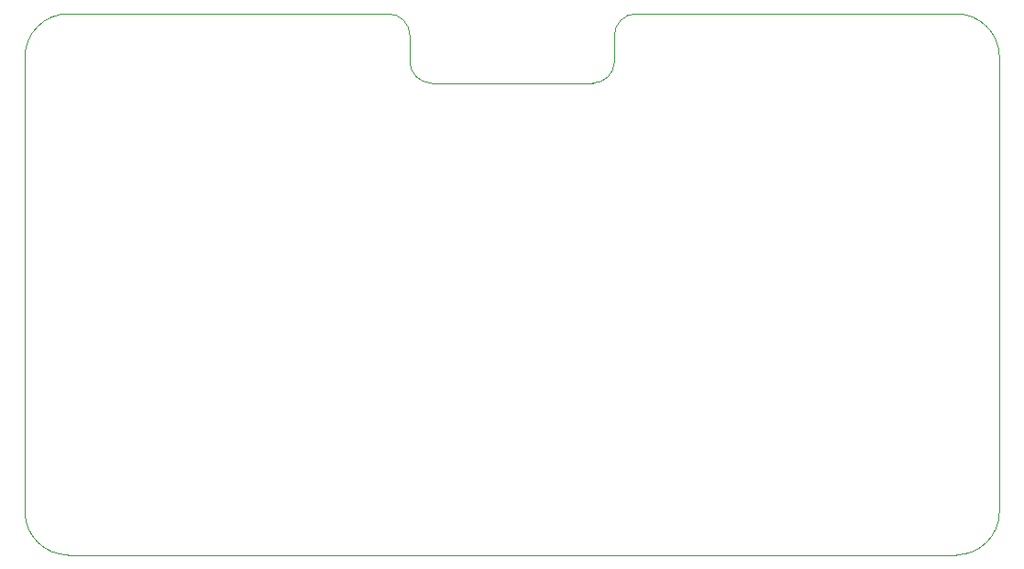
<source format=gbr>
%TF.GenerationSoftware,KiCad,Pcbnew,7.0.7*%
%TF.CreationDate,2024-06-24T12:25:00-07:00*%
%TF.ProjectId,Business Card PCB Hot Plate,42757369-6e65-4737-9320-436172642050,rev?*%
%TF.SameCoordinates,Original*%
%TF.FileFunction,Profile,NP*%
%FSLAX46Y46*%
G04 Gerber Fmt 4.6, Leading zero omitted, Abs format (unit mm)*
G04 Created by KiCad (PCBNEW 7.0.7) date 2024-06-24 12:25:00*
%MOMM*%
%LPD*%
G01*
G04 APERTURE LIST*
%TA.AperFunction,Profile*%
%ADD10C,0.100000*%
%TD*%
G04 APERTURE END LIST*
D10*
X70999972Y-35735328D02*
G75*
G03*
X69000000Y-33735328I-1999972J28D01*
G01*
X121450000Y-83735300D02*
G75*
G03*
X125450000Y-79735328I0J4000000D01*
G01*
X70999972Y-38135328D02*
G75*
G03*
X73000000Y-40135328I2000028J28D01*
G01*
X69000000Y-33735328D02*
X39450000Y-33735328D01*
X35450000Y-79735328D02*
X35450000Y-37735328D01*
X125449972Y-37735328D02*
G75*
G03*
X121450000Y-33735328I-3999972J28D01*
G01*
X35449972Y-79735328D02*
G75*
G03*
X39450000Y-83735328I4000028J28D01*
G01*
X87900000Y-40135300D02*
G75*
G03*
X89900000Y-38135328I0J2000000D01*
G01*
X91900000Y-33735328D02*
X121450000Y-33735328D01*
X121450000Y-83735328D02*
X39450000Y-83735328D01*
X91900000Y-33735300D02*
G75*
G03*
X89900000Y-35735328I0J-2000000D01*
G01*
X73000000Y-40135328D02*
X87900000Y-40135328D01*
X39450000Y-33735330D02*
G75*
G03*
X35450000Y-37735328I0J-4000000D01*
G01*
X71000000Y-35735328D02*
X71000000Y-38135328D01*
X89900000Y-38135328D02*
X89900000Y-35735328D01*
X125450000Y-37735328D02*
X125450000Y-79735328D01*
M02*

</source>
